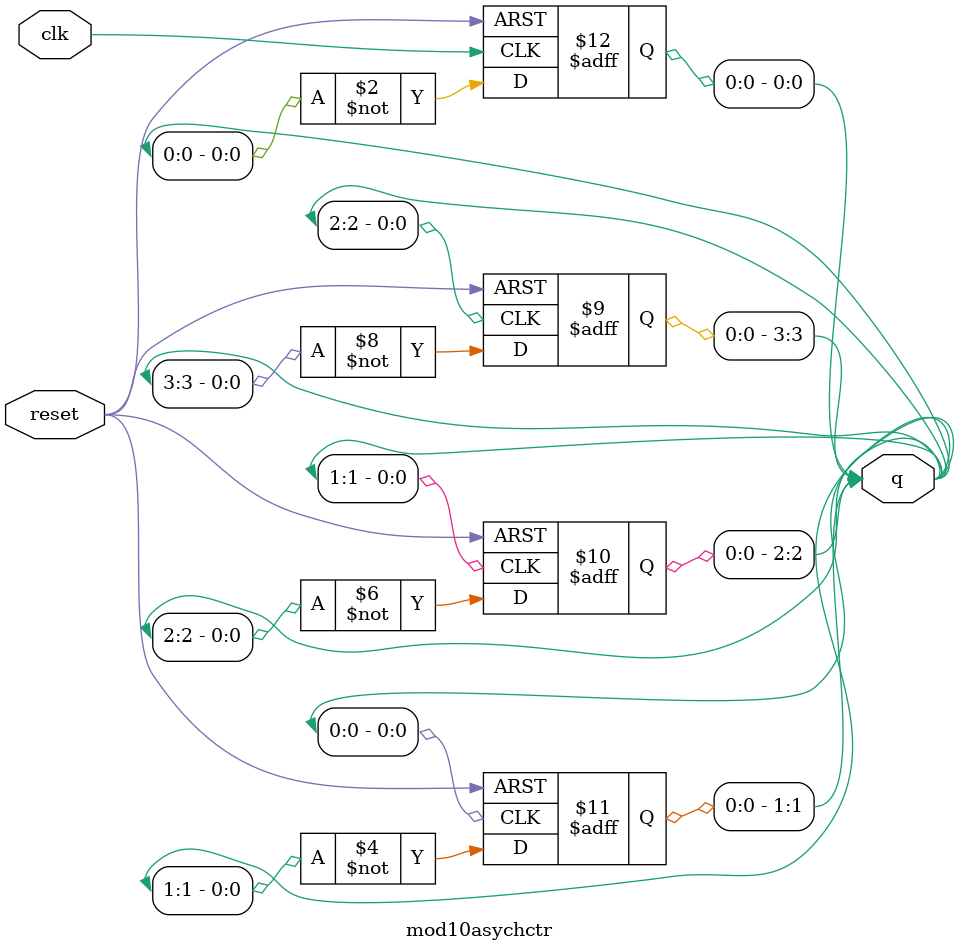
<source format=v>
`timescale 1ns / 1ps
module mod10asychctr(
    input reset,
    input clk,
    output reg [3:0] q
    );
	 always @(negedge clk or posedge reset)
	 begin
	 if(reset)
	 q[0]=0;
	 else 
	 q[0]=~q[0];
	 end
	 
	 
	 always @(negedge q[0] or posedge reset)
	 begin
	 if(reset)
	 q[1]=0;
	 else
	 q[1]=~q[1];
	 end
	 
	 always @(negedge q[1] or posedge reset)
	 begin
	 if(reset)
	 q[2]=0;
	 else
	 q[2]=~q[2];
	 end
	 
	 always @(negedge q[2] or posedge reset)
	 begin
	 if(reset)
	 q[3]=0;
	 else
	 q[3]=~q[3];
	 end

endmodule

</source>
